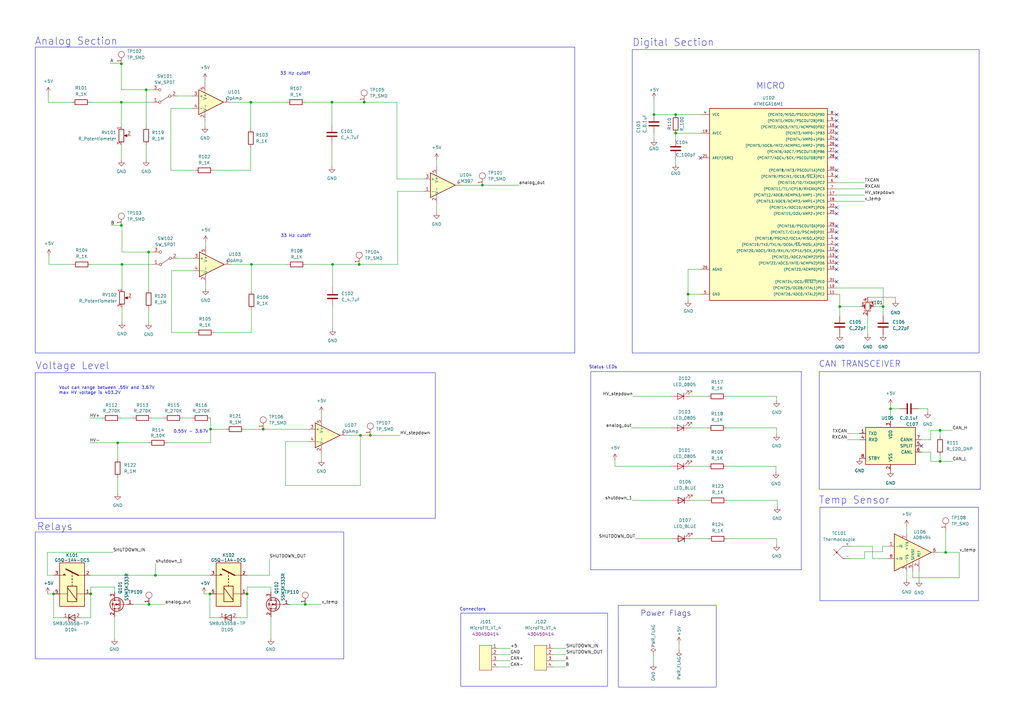
<source format=kicad_sch>
(kicad_sch (version 20230121) (generator eeschema)
  (paper "A3")
  (junction (at 385.572 189.23))
  (junction (at 101.346 243.586))
  (junction (at 49.784 26.162))
  (junction (at 50.038 108.458))
  (junction (at 49.784 41.91))
  (junction (at 147.32 108.458))
  (junction (at 147.828 178.562))
  (junction (at 61.087 247.904))
  (junction (at 362.204 125.73))
  (junction (at 136.398 108.458))
  (junction (at 277.114 46.99))
  (junction (at 197.866 75.946))
  (junction (at 37.211 243.586))
  (junction (at 59.944 36.83))
  (junction (at 48.26 181.61))
  (junction (at 136.144 41.91))
  (junction (at 344.424 125.73))
  (junction (at 151.892 178.562))
  (junction (at 86.106 243.586))
  (junction (at 282.194 120.65))
  (junction (at 107.95 176.022))
  (junction (at 49.784 92.456))
  (junction (at 21.971 243.586))
  (junction (at 365.252 167.64))
  (junction (at 125.222 247.904))
  (junction (at 387.858 226.568))
  (junction (at 149.352 41.91))
  (junction (at 102.87 41.91))
  (junction (at 63.754 235.966))
  (junction (at 277.114 54.61))
  (junction (at 385.572 176.53))
  (junction (at 86.36 176.022))
  (junction (at 60.96 103.378))
  (junction (at 103.124 108.458))
  (junction (at 268.224 46.99))
  (no_connect (at 343.154 92.71))
  (no_connect (at 343.154 62.23))
  (no_connect (at 343.154 72.39))
  (no_connect (at 343.154 87.63))
  (no_connect (at 343.154 46.99))
  (no_connect (at 343.154 64.77))
  (no_connect (at 343.154 69.85))
  (no_connect (at 343.154 49.53))
  (no_connect (at 343.154 59.69))
  (no_connect (at 343.154 97.79))
  (no_connect (at 343.154 102.87))
  (no_connect (at 343.154 57.15))
  (no_connect (at 343.154 100.33))
  (no_connect (at 343.154 54.61))
  (no_connect (at 287.274 64.77))
  (no_connect (at 377.952 182.88))
  (no_connect (at 343.154 85.09))
  (no_connect (at 343.154 107.95))
  (no_connect (at 343.154 95.25))
  (no_connect (at 343.154 52.07))
  (no_connect (at 343.154 115.57))
  (no_connect (at 343.154 110.49))
  (no_connect (at 343.154 105.41))
  (wire (pts (xy 318.516 175.514) (xy 318.516 178.054)))
  (wire (pts (xy 103.124 136.398) (xy 87.884 136.398)))
  (wire (pts (xy 204.216 271.018) (xy 209.296 271.018)))
  (wire (pts (xy 282.956 162.56) (xy 290.322 162.56)))
  (wire (pts (xy 136.398 125.476) (xy 136.398 134.874)))
  (wire (pts (xy 136.398 108.458) (xy 136.398 117.856)))
  (wire (pts (xy 101.346 253.365) (xy 101.346 243.586)))
  (wire (pts (xy 48.26 181.61) (xy 36.83 181.61)))
  (wire (pts (xy 147.32 108.458) (xy 163.068 108.458)))
  (wire (pts (xy 344.424 125.73) (xy 344.424 129.54)))
  (wire (pts (xy 86.36 171.45) (xy 86.36 176.022)))
  (wire (pts (xy 209.296 265.938) (xy 204.216 265.938)))
  (wire (pts (xy 267.97 268.478) (xy 267.97 272.288)))
  (wire (pts (xy 347.472 180.34) (xy 352.552 180.34)))
  (wire (pts (xy 84.328 99.314) (xy 84.328 100.838)))
  (wire (pts (xy 101.346 235.966) (xy 110.49 235.966)))
  (wire (pts (xy 107.95 176.022) (xy 126.746 176.022)))
  (wire (pts (xy 48.26 181.61) (xy 48.26 188.214)))
  (wire (pts (xy 282.194 110.49) (xy 287.274 110.49)))
  (wire (pts (xy 283.21 220.98) (xy 290.576 220.98)))
  (wire (pts (xy 162.814 41.91) (xy 162.814 73.406)))
  (wire (pts (xy 355.854 129.54) (xy 355.854 137.16)))
  (wire (pts (xy 86.106 243.586) (xy 86.106 253.365)))
  (wire (pts (xy 141.986 178.562) (xy 147.828 178.562)))
  (wire (pts (xy 275.59 205.232) (xy 259.334 205.232)))
  (wire (pts (xy 371.856 215.9) (xy 371.856 218.948)))
  (wire (pts (xy 49.784 41.91) (xy 62.484 41.91)))
  (wire (pts (xy 374.396 234.188) (xy 374.396 236.982)))
  (wire (pts (xy 376.936 234.188) (xy 376.936 237.998)))
  (wire (pts (xy 278.511 263.906) (xy 278.511 266.446)))
  (wire (pts (xy 259.588 162.56) (xy 275.336 162.56)))
  (wire (pts (xy 49.784 41.91) (xy 49.784 51.816)))
  (wire (pts (xy 367.284 121.92) (xy 367.284 123.19)))
  (wire (pts (xy 72.898 105.918) (xy 79.248 105.918)))
  (wire (pts (xy 385.572 189.23) (xy 390.652 189.23)))
  (wire (pts (xy 46.99 252.984) (xy 46.99 261.874)))
  (wire (pts (xy 209.296 273.558) (xy 204.216 273.558)))
  (wire (pts (xy 197.866 75.946) (xy 212.852 75.946)))
  (wire (pts (xy 103.124 108.458) (xy 117.856 108.458)))
  (wire (pts (xy 318.262 191.262) (xy 318.262 193.548)))
  (wire (pts (xy 70.104 69.85) (xy 80.01 69.85)))
  (wire (pts (xy 226.822 273.558) (xy 231.902 273.558)))
  (wire (pts (xy 86.36 176.022) (xy 92.71 176.022)))
  (wire (pts (xy 204.216 268.478) (xy 209.296 268.478)))
  (wire (pts (xy 371.856 234.188) (xy 371.856 237.744)))
  (wire (pts (xy 393.446 236.982) (xy 393.446 226.568)))
  (wire (pts (xy 385.572 176.53) (xy 390.652 176.53)))
  (wire (pts (xy 37.211 243.586) (xy 37.211 240.792)))
  (wire (pts (xy 19.812 38.354) (xy 19.812 41.91)))
  (wire (pts (xy 19.431 235.966) (xy 21.971 235.966)))
  (wire (pts (xy 125.222 247.904) (xy 118.745 247.904)))
  (wire (pts (xy 381.762 185.42) (xy 381.762 189.23)))
  (wire (pts (xy 103.124 119.38) (xy 103.124 108.458)))
  (wire (pts (xy 163.068 108.458) (xy 163.068 78.486)))
  (wire (pts (xy 19.431 226.568) (xy 19.431 235.966)))
  (wire (pts (xy 19.558 243.586) (xy 21.971 243.586)))
  (wire (pts (xy 355.854 121.92) (xy 367.284 121.92)))
  (wire (pts (xy 79.248 110.998) (xy 70.358 110.998)))
  (wire (pts (xy 226.822 268.478) (xy 232.156 268.478)))
  (wire (pts (xy 277.114 64.77) (xy 277.114 67.31)))
  (wire (pts (xy 20.066 104.902) (xy 20.066 108.458)))
  (wire (pts (xy 385.572 176.53) (xy 385.572 179.07)))
  (wire (pts (xy 50.038 125.984) (xy 50.038 132.08)))
  (wire (pts (xy 179.07 83.566) (xy 179.07 87.122)))
  (wire (pts (xy 277.114 54.61) (xy 277.114 57.15)))
  (wire (pts (xy 252.222 191.262) (xy 252.222 188.722)))
  (wire (pts (xy 84.328 116.078) (xy 84.328 118.364)))
  (wire (pts (xy 344.424 120.65) (xy 344.424 125.73)))
  (wire (pts (xy 125.222 41.91) (xy 136.144 41.91)))
  (wire (pts (xy 37.211 253.365) (xy 37.211 243.586)))
  (wire (pts (xy 147.828 178.562) (xy 151.892 178.562)))
  (wire (pts (xy 111.125 240.792) (xy 111.125 242.824)))
  (wire (pts (xy 102.87 41.91) (xy 117.602 41.91)))
  (wire (pts (xy 136.398 108.458) (xy 147.32 108.458)))
  (wire (pts (xy 343.154 80.01) (xy 354.584 80.01)))
  (wire (pts (xy 103.124 127) (xy 103.124 136.398)))
  (wire (pts (xy 275.336 191.262) (xy 252.222 191.262)))
  (wire (pts (xy 46.355 226.568) (xy 19.431 226.568)))
  (wire (pts (xy 37.211 240.792) (xy 46.99 240.792)))
  (wire (pts (xy 347.472 177.8) (xy 352.552 177.8)))
  (wire (pts (xy 380.492 167.64) (xy 380.492 168.91)))
  (wire (pts (xy 374.396 236.982) (xy 393.446 236.982)))
  (wire (pts (xy 111.125 252.984) (xy 111.125 261.874)))
  (wire (pts (xy 110.49 235.966) (xy 110.49 229.108)))
  (wire (pts (xy 354.584 226.314) (xy 361.95 226.314)))
  (wire (pts (xy 72.644 39.37) (xy 78.994 39.37)))
  (wire (pts (xy 84.074 49.53) (xy 84.074 51.816)))
  (wire (pts (xy 226.822 271.018) (xy 231.902 271.018)))
  (wire (pts (xy 277.114 54.61) (xy 287.274 54.61)))
  (wire (pts (xy 361.95 226.314) (xy 361.95 224.028)))
  (wire (pts (xy 298.196 205.232) (xy 318.77 205.232)))
  (wire (pts (xy 46.99 240.792) (xy 46.99 242.824)))
  (wire (pts (xy 60.96 103.378) (xy 50.038 103.378)))
  (wire (pts (xy 63.754 231.14) (xy 63.754 235.966)))
  (wire (pts (xy 377.952 180.34) (xy 381.762 180.34)))
  (wire (pts (xy 70.358 110.998) (xy 70.358 136.398)))
  (wire (pts (xy 381.762 176.53) (xy 385.572 176.53)))
  (wire (pts (xy 125.476 108.458) (xy 136.398 108.458)))
  (wire (pts (xy 45.212 25.908) (xy 49.784 25.908)))
  (wire (pts (xy 37.084 41.91) (xy 49.784 41.91)))
  (wire (pts (xy 50.038 103.378) (xy 50.038 92.456)))
  (wire (pts (xy 70.104 44.45) (xy 70.104 69.85)))
  (wire (pts (xy 287.274 120.65) (xy 282.194 120.65)))
  (wire (pts (xy 282.956 175.514) (xy 290.322 175.514)))
  (wire (pts (xy 385.572 189.23) (xy 385.572 186.69)))
  (wire (pts (xy 49.784 26.162) (xy 49.784 25.908)))
  (wire (pts (xy 275.336 175.514) (xy 259.08 175.514)))
  (wire (pts (xy 343.154 77.47) (xy 354.584 77.47)))
  (wire (pts (xy 318.516 162.56) (xy 318.516 164.338)))
  (wire (pts (xy 100.33 176.022) (xy 107.95 176.022)))
  (wire (pts (xy 86.36 181.61) (xy 68.58 181.61)))
  (wire (pts (xy 60.96 181.61) (xy 48.26 181.61)))
  (wire (pts (xy 59.944 36.83) (xy 62.484 36.83)))
  (wire (pts (xy 48.26 195.834) (xy 48.26 202.438)))
  (wire (pts (xy 33.274 253.365) (xy 37.211 253.365)))
  (wire (pts (xy 63.754 235.966) (xy 86.106 235.966)))
  (wire (pts (xy 102.87 60.452) (xy 102.87 69.85)))
  (wire (pts (xy 361.95 224.028) (xy 364.236 224.028)))
  (wire (pts (xy 45.466 92.456) (xy 49.784 92.456)))
  (wire (pts (xy 343.154 118.11) (xy 362.204 118.11)))
  (wire (pts (xy 49.53 171.45) (xy 54.61 171.45)))
  (wire (pts (xy 377.952 185.42) (xy 381.762 185.42)))
  (wire (pts (xy 60.96 126.492) (xy 60.96 132.334)))
  (wire (pts (xy 37.338 108.458) (xy 50.038 108.458)))
  (wire (pts (xy 298.196 220.98) (xy 318.516 220.98)))
  (wire (pts (xy 362.204 118.11) (xy 362.204 125.73)))
  (wire (pts (xy 283.21 205.232) (xy 290.576 205.232)))
  (wire (pts (xy 49.784 36.83) (xy 49.784 26.162)))
  (wire (pts (xy 318.516 220.98) (xy 318.516 223.266)))
  (wire (pts (xy 102.87 52.832) (xy 102.87 41.91)))
  (wire (pts (xy 36.83 171.45) (xy 41.91 171.45)))
  (wire (pts (xy 21.971 243.586) (xy 21.971 253.365)))
  (wire (pts (xy 84.074 32.766) (xy 84.074 34.29)))
  (wire (pts (xy 163.068 78.486) (xy 173.99 78.486)))
  (wire (pts (xy 86.36 176.022) (xy 86.36 181.61)))
  (wire (pts (xy 268.224 46.99) (xy 277.114 46.99)))
  (wire (pts (xy 49.784 59.436) (xy 49.784 65.532)))
  (wire (pts (xy 387.858 226.568) (xy 393.446 226.568)))
  (wire (pts (xy 282.956 191.262) (xy 290.322 191.262)))
  (wire (pts (xy 297.942 175.514) (xy 318.516 175.514)))
  (wire (pts (xy 136.144 41.91) (xy 149.352 41.91)))
  (wire (pts (xy 348.742 229.108) (xy 354.584 229.108)))
  (wire (pts (xy 147.828 199.136) (xy 147.828 178.562)))
  (wire (pts (xy 260.604 220.98) (xy 275.59 220.98)))
  (wire (pts (xy 78.994 44.45) (xy 70.104 44.45)))
  (wire (pts (xy 62.738 103.378) (xy 60.96 103.378)))
  (wire (pts (xy 126.746 181.102) (xy 117.094 181.102)))
  (wire (pts (xy 297.942 191.262) (xy 318.262 191.262)))
  (wire (pts (xy 61.087 247.904) (xy 54.61 247.904)))
  (wire (pts (xy 162.814 73.406) (xy 173.99 73.406)))
  (wire (pts (xy 282.194 120.65) (xy 282.194 123.19)))
  (wire (pts (xy 59.944 59.436) (xy 59.944 65.532)))
  (wire (pts (xy 131.826 169.418) (xy 131.826 170.942)))
  (wire (pts (xy 131.826 186.182) (xy 131.826 188.468)))
  (wire (pts (xy 381.762 189.23) (xy 385.572 189.23)))
  (wire (pts (xy 83.693 243.586) (xy 86.106 243.586)))
  (wire (pts (xy 358.394 125.73) (xy 362.204 125.73)))
  (wire (pts (xy 344.424 120.65) (xy 343.154 120.65)))
  (wire (pts (xy 101.346 243.586) (xy 101.346 240.792)))
  (wire (pts (xy 49.784 36.83) (xy 59.944 36.83)))
  (wire (pts (xy 101.346 240.792) (xy 111.125 240.792)))
  (wire (pts (xy 49.784 92.456) (xy 50.038 92.456)))
  (wire (pts (xy 297.942 162.56) (xy 318.516 162.56)))
  (wire (pts (xy 50.038 108.458) (xy 62.738 108.458)))
  (wire (pts (xy 136.144 58.928) (xy 136.144 68.326)))
  (wire (pts (xy 365.252 167.64) (xy 365.252 172.72)))
  (wire (pts (xy 179.07 65.532) (xy 179.07 68.326)))
  (wire (pts (xy 376.682 167.64) (xy 380.492 167.64)))
  (wire (pts (xy 97.409 253.365) (xy 101.346 253.365)))
  (wire (pts (xy 268.224 54.61) (xy 268.224 57.15)))
  (wire (pts (xy 282.194 110.49) (xy 282.194 120.65)))
  (wire (pts (xy 94.488 108.458) (xy 103.124 108.458)))
  (wire (pts (xy 357.886 224.028) (xy 357.886 229.108)))
  (wire (pts (xy 268.224 46.99) (xy 268.224 40.64)))
  (wire (pts (xy 381.762 180.34) (xy 381.762 176.53)))
  (wire (pts (xy 354.584 229.108) (xy 354.584 226.314)))
  (wire (pts (xy 86.106 253.365) (xy 89.789 253.365)))
  (wire (pts (xy 62.23 171.45) (xy 67.31 171.45)))
  (wire (pts (xy 74.93 171.45) (xy 78.74 171.45)))
  (wire (pts (xy 149.352 41.91) (xy 162.814 41.91)))
  (wire (pts (xy 348.742 224.028) (xy 357.886 224.028)))
  (wire (pts (xy 318.77 205.232) (xy 318.77 207.772)))
  (wire (pts (xy 365.252 167.64) (xy 369.062 167.64)))
  (wire (pts (xy 343.154 74.93) (xy 354.584 74.93)))
  (wire (pts (xy 94.234 41.91) (xy 102.87 41.91)))
  (wire (pts (xy 61.087 247.904) (xy 67.691 247.904)))
  (wire (pts (xy 117.094 181.102) (xy 117.094 199.136)))
  (wire (pts (xy 125.222 247.904) (xy 131.826 247.904)))
  (wire (pts (xy 189.23 75.946) (xy 197.866 75.946)))
  (wire (pts (xy 21.971 253.365) (xy 25.654 253.365)))
  (wire (pts (xy 102.87 69.85) (xy 87.63 69.85)))
  (wire (pts (xy 70.358 136.398) (xy 80.264 136.398)))
  (wire (pts (xy 117.094 199.136) (xy 147.828 199.136)))
  (wire (pts (xy 362.204 125.73) (xy 362.204 129.54)))
  (wire (pts (xy 387.858 217.424) (xy 387.858 226.568)))
  (wire (pts (xy 365.252 166.37) (xy 365.252 167.64)))
  (wire (pts (xy 277.114 46.99) (xy 287.274 46.99)))
  (wire (pts (xy 344.424 125.73) (xy 353.314 125.73)))
  (wire (pts (xy 151.892 178.562) (xy 164.084 178.562)))
  (wire (pts (xy 20.066 108.458) (xy 29.718 108.458)))
  (wire (pts (xy 60.96 103.378) (xy 60.96 118.872)))
  (wire (pts (xy 50.038 108.458) (xy 50.038 118.364)))
  (wire (pts (xy 226.822 265.938) (xy 232.156 265.938)))
  (wire (pts (xy 136.144 41.91) (xy 136.144 51.308)))
  (wire (pts (xy 59.944 51.816) (xy 59.944 36.83)))
  (wire (pts (xy 387.858 226.568) (xy 384.556 226.568)))
  (wire (pts (xy 357.886 229.108) (xy 364.236 229.108)))
  (wire (pts (xy 343.154 82.55) (xy 354.584 82.55)))
  (wire (pts (xy 19.812 41.91) (xy 29.464 41.91)))
  (wire (pts (xy 37.211 235.966) (xy 63.754 235.966)))
  (rectangle (start 14.478 218.186) (end 140.97 270.256))
  (rectangle (start 14.478 152.908) (end 178.562 212.598))
  (rectangle (start 259.334 20.32) (end 401.574 144.78))
  (rectangle (start 188.976 251.46) (end 249.174 281.432))
  (rectangle (start 242.316 152.4) (end 328.676 233.68))
  (rectangle (start 336.042 152.4) (end 402.082 200.66))
  (rectangle (start 253.619 248.285) (end 293.751 281.813))
  (rectangle (start 336.296 208.026) (end 401.32 246.38))
  (rectangle (start 14.478 19.304) (end 235.712 144.78))
  (text "CAN TRANSCEIVER\n" (at 335.788 150.876 0) (effects (font (size 2.5 2.5)) (justify left bottom)))
  (text "0.55V - 3.67V" (at 71.12 177.8 0) (effects (font (size 1.27 1.27)) (justify left bottom)))
  (text "Digital Section" (at 259.334 19.304 0) (effects (font (size 3 3)) (justify left bottom)))
  (text "33 Hz cutoff" (at 114.808 30.988 0) (effects (font (size 1.27 1.27)) (justify left bottom)))
  (text "Voltage Level" (at 14.478 151.892 0) (effects (font (size 3 3)) (justify left bottom)))
  (text "Status LEDs" (at 241.554 151.384 0) (effects (font (size 1.27 1.27)) (justify left bottom)))
  (text "33 Hz cutoff" (at 115.062 97.536 0) (effects (font (size 1.27 1.27)) (justify left bottom)))
  (text "Connectors" (at 188.468 250.698 0) (effects (font (size 1.27 1.27)) (justify left bottom)))
  (text "MICRO" (at 310.134 36.83 0) (effects (font (size 2.5 2.5)) (justify left bottom)))
  (text "Analog Section" (at 14.224 18.796 0) (effects (font (size 3 3)) (justify left bottom)))
  (text "Power Flags\n" (at 262.636 252.984 0) (effects (font (size 2.2606 2.2606)) (justify left bottom)))
  (text "Relays" (at 15.113 217.932 0) (effects (font (size 3 3)) (justify left bottom)))
  (text "Vout can range between .55V and 3.67V  \nmax HV voltage is 403.2V" (at 24.13 161.925 0) (effects (font (size 1.27 1.27)) (justify left bottom)))
  (text "Temp Sensor" (at 335.788 207.01 0) (effects (font (size 3 3)) (justify left bottom)))
  (label "TXCAN" (at 347.472 177.8 180))
  (label "A" (at 45.212 25.908 0))
  (label "analog_out" (at 259.08 175.514 180))
  (label "TXCAN" (at 354.584 74.93 0))
  (label "B" (at 45.466 92.456 0))
  (label "v_temp" (at 131.826 247.904 0))
  (label "analog_out" (at 67.691 247.904 0))
  (label "A" (at 231.902 271.018 0))
  (label "RXCAN" (at 347.472 180.34 180))
  (label "RXCAN" (at 354.584 77.47 0))
  (label "SHUTDOWN_OUT" (at 110.49 229.108 0))
  (label "SHUTDOWN_IN" (at 46.355 226.568 0))
  (label "HV_stepdown" (at 259.588 162.56 180))
  (label "HV-" (at 36.83 181.61 0))
  (label "v_temp" (at 393.446 226.568 0))
  (label "shutdown_1" (at 63.754 231.14 0))
  (label "HV+" (at 36.83 171.45 0))
  (label "shutdown_1" (at 259.334 205.232 180))
  (label "HV_stepdown" (at 354.584 80.01 0))
  (label "HV_stepdown" (at 164.084 178.562 0))
  (label "CAN_L" (at 390.652 189.23 0))
  (label "SHUTDOWN_OUT" (at 232.156 268.478 0))
  (label "CAN+" (at 209.296 271.018 0))
  (label "SHUTDOWN_OUT" (at 260.604 220.98 180))
  (label "CAN-" (at 209.296 273.558 0))
  (label "GND" (at 209.296 268.478 0))
  (label "SHUTDOWN_IN" (at 232.156 265.938 0))
  (label "B" (at 231.902 273.558 0))
  (label "v_temp" (at 354.584 82.55 0))
  (label "analog_out" (at 212.852 75.946 0))
  (label "+5" (at 209.296 265.938 0))
  (label "CAN_H" (at 390.652 176.53 0))
  (symbol (lib_id "power:+5V") (at 268.224 40.64 0) (unit 1)
    (property "Reference" "#PWR0114" (effects hide))
    (property "Value" "+5V" (at 268.224 36.83 0))
  )
  (symbol (lib_name "GND_2") (lib_id "power:GND") (at 367.284 123.19 0) (unit 1)
    (property "Reference" "#PWR0124" (effects hide))
    (property "Value" "GND" (at 367.284 128.27 0))
  )
  (symbol (lib_id "OEM:10KR") (at 64.77 181.61 270) (unit 1)
    (property "Reference" "R114" (at 64.77 176.3522 90))
    (property "Value" "R_10K" (at 64.77 178.6636 90))
    (property "Footprint" "OEM:R_0603" (effects hide))
    (property "Datasheet" "${OEM_DIR}/parts/datasheets/stackpole_RMCF_RMCP.pdf" (effects hide))
    (property "MFN" "Stackpole Electronics" (effects hide))
    (property "MPN" "RMCF0603FT10K0" (effects hide))
    (property "DKPN" "RMCF0603FT10K0TR-ND" (effects hide))
    (property "Package" "0603" (effects hide))
    (property "NewDesigns" "YES" (effects hide))
    (property "Stocked" "Reel" (effects hide))
    (property "Style" "SMD" (effects hide))
  )
  (symbol (lib_id "formula:R_1K") (at 294.132 191.262 90) (unit 1)
    (property "Reference" "R109" (at 294.132 185.42 90))
    (property "Value" "R_1K" (at 294.132 187.96 90))
    (property "Footprint" "OEM:R_0603" (effects hide))
    (property "Datasheet" "https://www.seielect.com/Catalog/SEI-rncp.pdf" (effects hide))
    (property "MFN" "DK" (effects hide))
    (property "MPN" "RNCP0805FTD1K00CT-ND" (effects hide))
    (property "PurchasingLink" "https://www.digikey.com/products/en?keywords=RNCP0805FTD1K00CT-ND" (effects hide))
  )
  (symbol (lib_id "power:GND") (at 50.038 132.08 0) (unit 1)
    (property "Reference" "#PWR0103" (effects hide))
    (property "Value" "GND" (at 50.038 136.906 0))
  )
  (symbol (lib_id "power:GND") (at 318.77 207.772 0) (unit 1)
    (property "Reference" "#PWR0145" (effects hide))
    (property "Value" "GND" (at 318.77 212.598 0))
  )
  (symbol (lib_id "OEM:G5Q-1A4-DC5") (at 29.591 238.506 90) (unit 1)
    (property "Reference" "K101" (at 29.591 227.711 90))
    (property "Value" "G5Q-1A4-DC5" (at 29.591 229.743 90))
    (property "Footprint" "footprints:Relay_SPST_OMRON-G5Q-1A4_OEM" (effects hide))
    (property "Datasheet" "https://omronfs.omron.com/en_US/ecb/products/pdf/en-g5q.pdf" (effects hide))
    (property "MFN" "Omron" (effects hide))
    (property "MPN" "G5Q-1A4 DC5" (effects hide))
    (property "DKPN" "Z3632-ND" (effects hide))
    (property "NewDesigns" "YES" (effects hide))
    (property "Stocked" "Tray" (effects hide))
    (property "Package" "G5Q (Custom)" (effects hide))
    (property "Style" "THT" (effects hide))
  )
  (symbol (lib_id "power:GND") (at 267.97 272.288 0) (unit 1)
    (property "Reference" "#PWR0132" (effects hide))
    (property "Value" "GND" (at 267.97 277.368 90))
  )
  (symbol (lib_id "power:PWR_FLAG") (at 267.97 268.478 0) (unit 1)
    (property "Reference" "#FLG0101" (effects hide))
    (property "Value" "PWR_FLAG" (at 267.97 260.858 90))
  )
  (symbol (lib_id "power:GND") (at 268.224 57.15 0) (unit 1)
    (property "Reference" "#PWR0115" (effects hide))
    (property "Value" "GND" (at 268.224 60.96 0))
  )
  (symbol (lib_id "OEM:OpAmp") (at 134.366 178.562 0) (unit 1)
    (property "Reference" "U107" (at 143.764 174.3711 0))
    (property "Value" "OpAmp" (at 143.764 176.9111 0))
    (property "Footprint" "OEM:SOT-23-5" (effects hide))
  )
  (symbol (lib_id "power:GND") (at 111.125 261.874 0) (mirror y) (unit 1)
    (property "Reference" "#PWR0142" (effects hide))
    (property "Value" "GND" (at 110.998 266.2682 0))
  )
  (symbol (lib_id "power:GND") (at 277.114 67.31 0) (unit 1)
    (property "Reference" "#PWR0116" (effects hide))
    (property "Value" "GND" (at 277.114 71.12 0))
  )
  (symbol (lib_id "formula:R_1K") (at 83.82 69.85 270) (unit 1)
    (property "Reference" "R102" (at 83.82 64.262 90))
    (property "Value" "R_1K" (at 83.82 66.802 90))
    (property "Footprint" "OEM:R_0603" (effects hide))
    (property "Datasheet" "https://www.seielect.com/Catalog/SEI-rncp.pdf" (effects hide))
    (property "MFN" "DK" (effects hide))
    (property "MPN" "RNCP0805FTD1K00CT-ND" (effects hide))
    (property "PurchasingLink" "https://www.digikey.com/products/en?keywords=RNCP0805FTD1K00CT-ND" (effects hide))
  )
  (symbol (lib_id "power:GND") (at 282.194 123.19 0) (unit 1)
    (property "Reference" "#PWR0117" (effects hide))
    (property "Value" "GND" (at 282.321 127.5842 0))
  )
  (symbol (lib_id "OEM:SMBJ5355B-TP") (at 29.464 253.365 0) (unit 1)
    (property "Reference" "D104" (at 29.083 258.2672 0))
    (property "Value" "SMBJ5355B-TP" (at 29.083 255.7272 0))
    (property "Footprint" "footprints:DO-214AA" (effects hide))
    (property "Datasheet" "https://www.mccsemi.com/pdf/Products/SMBJ5338B-SMBJ5388B(SMB).pdf" (effects hide))
    (property "MFN" "Micro Commercial Co" (effects hide))
    (property "MPN" "SMBJ5355B-TP" (effects hide))
    (property "DKPN" "SMBJ5355B-TPMSCT-ND" (effects hide))
    (property "NewDesigns" "YES" (effects hide))
    (property "Stocked" "Tape" (effects hide))
    (property "Package" "DO-214AA" (effects hide))
    (property "Style" "SMD" (effects hide))
  )
  (symbol (lib_name "GND_1") (lib_id "power:GND") (at 355.854 137.16 0) (unit 1)
    (property "Reference" "#PWR0120" (effects hide))
    (property "Value" "GND" (at 355.854 142.24 0))
  )
  (symbol (lib_id "power:GND") (at 318.516 164.338 0) (unit 1)
    (property "Reference" "#PWR0129" (effects hide))
    (property "Value" "GND" (at 318.516 169.164 0))
  )
  (symbol (lib_id "power:GND") (at 318.516 223.266 0) (unit 1)
    (property "Reference" "#PWR0144" (effects hide))
    (property "Value" "GND" (at 318.516 228.092 0))
  )
  (symbol (lib_id "power:GND") (at 46.99 261.874 0) (mirror y) (unit 1)
    (property "Reference" "#PWR0140" (effects hide))
    (property "Value" "GND" (at 46.863 266.2682 0))
  )
  (symbol (lib_id "Comparator:LM397") (at 181.61 75.946 0) (unit 1)
    (property "Reference" "U104" (at 191.008 71.7551 0))
    (property "Value" "LM397" (at 191.008 74.2951 0))
    (property "Footprint" "Package_TO_SOT_SMD:SOT-23-5" (effects hide))
    (property "Datasheet" "http://www.ti.com/lit/ds/symlink/lm397.pdf" (effects hide))
  )
  (symbol (lib_id "power:GND") (at 131.826 188.468 0) (unit 1)
    (property "Reference" "#PWR0137" (effects hide))
    (property "Value" "GND" (at 131.826 193.294 0))
  )
  (symbol (lib_name "GND_1") (lib_id "power:GND") (at 362.204 137.16 0) (unit 1)
    (property "Reference" "#PWR0121" (effects hide))
    (property "Value" "GND" (at 362.204 142.24 0))
  )
  (symbol (lib_id "power:+5V") (at 278.511 263.906 0) (unit 1)
    (property "Reference" "#PWR0133" (effects hide))
    (property "Value" "+5V" (at 278.511 258.826 90))
  )
  (symbol (lib_id "formula:R_1K") (at 294.132 162.56 90) (unit 1)
    (property "Reference" "R117" (at 294.132 156.718 90))
    (property "Value" "R_1K" (at 294.132 159.258 90))
    (property "Footprint" "OEM:R_0603" (effects hide))
    (property "Datasheet" "https://www.seielect.com/Catalog/SEI-rncp.pdf" (effects hide))
    (property "MFN" "DK" (effects hide))
    (property "MPN" "RNCP0805FTD1K00CT-ND" (effects hide))
    (property "PurchasingLink" "https://www.digikey.com/products/en?keywords=RNCP0805FTD1K00CT-ND" (effects hide))
  )
  (symbol (lib_id "OEM:0u1F") (at 268.224 50.8 0) (unit 1)
    (property "Reference" "C103" (at 261.874 54.61 90) (effects (justify left)))
    (property "Value" "C_0.1uF" (at 264.414 54.61 90) (effects (justify left)))
    (property "Footprint" "OEM:C_0603" (effects hide))
    (property "Datasheet" "http://datasheets.avx.com/X7RDielectric.pdf" (effects hide))
    (property "MPN" "478-3352-1-ND" (effects hide))
    (property "MFN" "Digi-Key" (effects hide))
    (property "Package" "Value" (effects hide))
    (property "DKPN" "1276-1935-2-ND" (effects hide))
    (property "Stocked" "Reel" (effects hide))
    (property "NewDesigns" "YES" (effects hide))
    (property "Style" "SMD" (effects hide))
  )
  (symbol (lib_id "formula:R_1K") (at 33.274 41.91 90) (unit 1)
    (property "Reference" "R101" (at 33.274 36.068 90))
    (property "Value" "R_1K" (at 33.274 38.608 90))
    (property "Footprint" "OEM:R_0603" (effects hide))
    (property "Datasheet" "https://www.seielect.com/Catalog/SEI-rncp.pdf" (effects hide))
    (property "MFN" "DK" (effects hide))
    (property "MPN" "RNCP0805FTD1K00CT-ND" (effects hide))
    (property "PurchasingLink" "https://www.digikey.com/products/en?keywords=RNCP0805FTD1K00CT-ND" (effects hide))
  )
  (symbol (lib_id "formula:LED_0805") (at 279.146 162.56 180) (unit 1)
    (property "Reference" "D102" (at 280.7462 155.194 0))
    (property "Value" "LED_0805" (at 280.7462 157.734 0))
    (property "Footprint" "footprints:LED_0805_OEM" (effects hide))
    (property "Datasheet" "http://www.osram-os.com/Graphics/XPic9/00078860_0.pdf" (effects hide))
    (property "MFN" "DK" (effects hide))
    (property "MPN" "475-1410-1-ND" (effects hide))
    (property "PurchasingLink" "https://www.digikey.com/products/en?keywords=475-1410-1-ND" (effects hide))
  )
  (symbol (lib_id "formula:LED_0805") (at 279.146 191.262 180) (unit 1)
    (property "Reference" "D101" (at 280.7462 184.658 0))
    (property "Value" "LED_0805" (at 280.7462 187.198 0))
    (property "Footprint" "footprints:LED_0805_OEM" (effects hide))
    (property "Datasheet" "http://www.osram-os.com/Graphics/XPic9/00078860_0.pdf" (effects hide))
    (property "MFN" "DK" (effects hide))
    (property "MPN" "475-1410-1-ND" (effects hide))
    (property "PurchasingLink" "https://www.digikey.com/products/en?keywords=475-1410-1-ND" (effects hide))
  )
  (symbol (lib_name "270KR_2") (lib_id "OEM:270KR") (at 58.42 171.45 270) (unit 1)
    (property "Reference" "R113" (at 58.42 166.1922 90))
    (property "Value" "R_270K" (at 58.42 168.5036 90))
    (property "Footprint" "OEM:R_0603" (effects hide))
    (property "Datasheet" "${OEM_DIR}/parts/datasheets/stackpole_RMCF_RMCP.pdf" (effects hide))
    (property "MFN" "Stackpole Electronics" (effects hide))
    (property "MPN" "RMCF0603FT270K" (effects hide))
    (property "DKPN" "RMCF0603FT270KDKR-ND" (effects hide))
    (property "NewDesigns" "YES" (effects hide))
    (property "Stocked" "Reel" (effects hide))
    (property "Package" "0603" (effects hide))
    (property "Style" "SMD" (effects hide))
  )
  (symbol (lib_id "OEM:OpAmp") (at 86.868 108.458 0) (unit 1)
    (property "Reference" "U103" (at 96.266 104.2671 0))
    (property "Value" "OpAmp" (at 96.266 106.8071 0))
    (property "Footprint" "OEM:SOT-23-5" (effects hide))
  )
  (symbol (lib_id "Device:C") (at 344.424 133.35 0) (unit 1)
    (property "Reference" "C105" (at 348.234 132.08 0) (effects (justify left)))
    (property "Value" "C_22pF" (at 348.234 134.62 0) (effects (justify left)))
  )
  (symbol (lib_id "power:PWR_FLAG") (at 278.511 266.446 180) (unit 1)
    (property "Reference" "#FLG0102" (effects hide))
    (property "Value" "PWR_FLAG" (at 278.511 274.066 90))
  )
  (symbol (lib_id "formula:R_1K") (at 294.386 205.232 90) (unit 1)
    (property "Reference" "R123" (at 294.386 199.39 90))
    (property "Value" "R_1K" (at 294.386 201.93 90))
    (property "Footprint" "OEM:R_0603" (effects hide))
    (property "Datasheet" "https://www.seielect.com/Catalog/SEI-rncp.pdf" (effects hide))
    (property "MFN" "DK" (effects hide))
    (property "MPN" "RNCP0805FTD1K00CT-ND" (effects hide))
    (property "PurchasingLink" "https://www.digikey.com/products/en?keywords=RNCP0805FTD1K00CT-ND" (effects hide))
  )
  (symbol (lib_id "formula:R_1M") (at 48.26 192.024 180) (unit 1)
    (property "Reference" "R122" (at 50.8 190.754 0) (effects (justify right)))
    (property "Value" "R_1M" (at 50.8 193.294 0) (effects (justify right)))
    (property "Footprint" "footprints:R_0805_OEM" (effects hide))
    (property "Datasheet" "https://www.seielect.com/Catalog/SEI-rncp.pdf" (effects hide))
    (property "MFN" "DK" (effects hide))
    (property "MPN" "RMCF0805JT1M00CT-ND" (effects hide))
    (property "PurchasingLink" "https://www.digikey.com/product-detail/en/stackpole-electronics-inc/RMCF0805JT1M00/RMCF0805JT1M00CT-ND/1942600" (effects hide))
  )
  (symbol (lib_id "power:GND") (at 59.944 65.532 0) (unit 1)
    (property "Reference" "#PWR0135" (effects hide))
    (property "Value" "GND" (at 59.944 70.358 0))
  )
  (symbol (lib_id "Sensor_Temperature:AD8494") (at 374.396 226.568 0) (unit 1)
    (property "Reference" "U106" (at 377.19 218.186 0))
    (property "Value" "AD8494" (at 378.206 220.472 0))
    (property "Footprint" "Package_SO:MSOP-8_3x3mm_P0.65mm" (effects hide))
    (property "Datasheet" "https://www.analog.com/media/en/technical-documentation/data-sheets/ad8494_8495_8496_8497.pdf" (effects hide))
  )
  (symbol (lib_id "power:GND") (at 179.07 87.122 0) (unit 1)
    (property "Reference" "#PWR0112" (effects hide))
    (property "Value" "GND" (at 179.07 91.948 0))
  )
  (symbol (lib_id "OEM:LED_BLUE") (at 279.4 220.98 180) (unit 1)
    (property "Reference" "D107" (at 280.9875 213.36 0))
    (property "Value" "LED_BLUE" (at 280.9875 215.9 0))
    (property "Footprint" "OEM:CHIPLED_0805" (effects hide))
  )
  (symbol (lib_id "formula:R_1K") (at 102.87 56.642 180) (unit 1)
    (property "Reference" "R103" (at 104.902 55.372 0) (effects (justify right)))
    (property "Value" "R_1K" (at 104.902 57.912 0) (effects (justify right)))
    (property "Footprint" "OEM:R_0603" (effects hide))
    (property "Datasheet" "https://www.seielect.com/Catalog/SEI-rncp.pdf" (effects hide))
    (property "MFN" "DK" (effects hide))
    (property "MPN" "RNCP0805FTD1K00CT-ND" (effects hide))
    (property "PurchasingLink" "https://www.digikey.com/products/en?keywords=RNCP0805FTD1K00CT-ND" (effects hide))
  )
  (symbol (lib_id "formula:R_1M") (at 59.944 55.626 0) (unit 1)
    (property "Reference" "R119" (at 62.23 54.356 0) (effects (justify left)))
    (property "Value" "R_1M" (at 62.23 56.896 0) (effects (justify left)))
    (property "Footprint" "footprints:R_0805_OEM" (effects hide))
    (property "Datasheet" "https://www.seielect.com/Catalog/SEI-rncp.pdf" (effects hide))
    (property "MFN" "DK" (effects hide))
    (property "MPN" "RMCF0805JT1M00CT-ND" (effects hide))
    (property "PurchasingLink" "https://www.digikey.com/product-detail/en/stackpole-electronics-inc/RMCF0805JT1M00/RMCF0805JT1M00CT-ND/1942600" (effects hide))
  )
  (symbol (lib_id "OEM:SSM3K333R") (at 113.665 247.904 0) (mirror y) (unit 1)
    (property "Reference" "Q102" (at 113.411 243.586 90) (effects (justify left)))
    (property "Value" "SSM3K333R" (at 116.078 246.507 90) (effects (justify left)))
    (property "Footprint" "OEM:SOT-23F" (effects hide))
    (property "Datasheet" "${OEM_DIR}/parts/datasheets/toshiba_SSM3K333R.pdf" (effects hide))
    (property "MFN" "Toshiba" (effects hide))
    (property "MPN" "SSM3K333R,LF" (effects hide))
    (property "DKPN" "SSM3K333RLFDKR-ND" (effects hide))
    (property "Package" "SOT-23" (effects hide))
    (property "NewDesigns" "YES" (effects hide))
    (property "Stocked" "Digi-Reel" (effects hide))
    (property "Style" "SMD" (effects hide))
  )
  (symbol (lib_id "formula:R_1K") (at 121.666 108.458 270) (unit 1)
    (property "Reference" "R108" (at 121.666 102.87 90))
    (property "Value" "R_1K" (at 121.666 105.41 90))
    (property "Footprint" "OEM:R_0603" (effects hide))
    (property "Datasheet" "https://www.seielect.com/Catalog/SEI-rncp.pdf" (effects hide))
    (property "MFN" "DK" (effects hide))
    (property "MPN" "RNCP0805FTD1K00CT-ND" (effects hide))
    (property "PurchasingLink" "https://www.digikey.com/products/en?keywords=RNCP0805FTD1K00CT-ND" (effects hide))
  )
  (symbol (lib_id "OEM:100R") (at 277.114 50.8 0) (unit 1)
    (property "Reference" "R110" (at 274.574 50.8 90))
    (property "Value" "R_100" (at 279.654 50.8 90))
    (property "Footprint" "OEM:R_0603" (effects hide))
    (property "Datasheet" "https://www.seielect.com/Catalog/SEI-rncp.pdf" (effects hide))
    (property "MFN" "Digi-Key" (effects hide))
    (property "MPN" "RNCP0805FTD100RCT-ND" (effects hide))
    (property "Package" "Value" (effects hide))
    (property "DKPN" "RMCF0603FT100RTR-ND" (effects hide))
    (property "NewDesigns" "YES" (effects hide))
    (property "Stocked" "Reel" (effects hide))
    (property "Style" "SMD" (effects hide))
  )
  (symbol (lib_id "power:+5V") (at 83.693 243.586 0) (unit 1)
    (property "Reference" "#PWR0141" (effects hide))
    (property "Value" "+5V" (at 84.074 239.1918 0))
  )
  (symbol (lib_id "formula:TP_SMD") (at 197.866 74.676 0) (unit 1)
    (property "Reference" "TP101" (at 200.152 70.866 0) (effects (justify left)))
    (property "Value" "TP_SMD" (at 200.152 73.406 0) (effects (justify left)))
    (property "Footprint" "footprints:Test_Point_SMD" (effects hide))
    (property "MPN" "5019" (effects hide))
    (property "MFN" "Keystone" (effects hide))
    (property "DKPN" "36-5019TR-ND" (effects hide))
    (property "NewDesigns" "YES" (effects hide))
    (property "Stocked" "Reel" (effects hide))
    (property "Package" "Custom" (effects hide))
    (property "Style" "SMD" (effects hide))
  )
  (symbol (lib_name "GND_1") (lib_id "power:GND") (at 344.424 137.16 0) (unit 1)
    (property "Reference" "#PWR0118" (effects hide))
    (property "Value" "GND" (at 344.424 142.24 0))
  )
  (symbol (lib_id "OEM:G5Q-1A4-DC5") (at 93.726 238.506 90) (unit 1)
    (property "Reference" "K102" (at 93.726 227.711 90))
    (property "Value" "G5Q-1A4-DC5" (at 93.726 229.743 90))
    (property "Footprint" "footprints:Relay_SPST_OMRON-G5Q-1A4_OEM" (effects hide))
    (property "Datasheet" "https://omronfs.omron.com/en_US/ecb/products/pdf/en-g5q.pdf" (effects hide))
    (property "MFN" "Omron" (effects hide))
    (property "MPN" "G5Q-1A4 DC5" (effects hide))
    (property "DKPN" "Z3632-ND" (effects hide))
    (property "NewDesigns" "YES" (effects hide))
    (property "Stocked" "Tray" (effects hide))
    (property "Package" "G5Q (Custom)" (effects hide))
    (property "Style" "THT" (effects hide))
  )
  (symbol (lib_id "formula:ATMEGA16M1") (at 315.214 90.17 0) (unit 1)
    (property "Reference" "U102" (at 315.214 40.132 0))
    (property "Value" "ATMEGA16M1" (at 315.214 42.672 0))
    (property "Footprint" "footprints:TQFP-32_7x7mm_Pitch0.8mm" (effects hide))
    (property "MFN" "DK" (effects hide))
    (property "MPN" "ATMEGA16M1-AU-ND" (effects hide))
    (property "PurchasingLink" "https://www.digikey.com/product-detail/en/atmel/ATMEGA16M1-AU/ATMEGA16M1-AU-ND/2271208" (effects hide))
  )
  (symbol (lib_id "power:+5V") (at 20.066 104.902 0) (unit 1)
    (property "Reference" "#PWR0101" (effects hide))
    (property "Value" "+5V" (at 20.066 99.822 0))
  )
  (symbol (lib_id "power:+5V") (at 84.328 99.314 0) (unit 1)
    (property "Reference" "#PWR0107" (effects hide))
    (property "Value" "+5V" (at 84.328 94.234 0))
  )
  (symbol (lib_id "formula:R_1K") (at 33.528 108.458 90) (unit 1)
    (property "Reference" "R104" (at 33.528 102.616 90))
    (property "Value" "R_1K" (at 33.528 105.156 90))
    (property "Footprint" "OEM:R_0603" (effects hide))
    (property "Datasheet" "https://www.seielect.com/Catalog/SEI-rncp.pdf" (effects hide))
    (property "MFN" "DK" (effects hide))
    (property "MPN" "RNCP0805FTD1K00CT-ND" (effects hide))
    (property "PurchasingLink" "https://www.digikey.com/products/en?keywords=RNCP0805FTD1K00CT-ND" (effects hide))
  )
  (symbol (lib_id "formula:R_1K") (at 103.124 123.19 180) (unit 1)
    (property "Reference" "R106" (at 105.156 121.92 0) (effects (justify right)))
    (property "Value" "R_1K" (at 105.156 124.46 0) (effects (justify right)))
    (property "Footprint" "OEM:R_0603" (effects hide))
    (property "Datasheet" "https://www.seielect.com/Catalog/SEI-rncp.pdf" (effects hide))
    (property "MFN" "DK" (effects hide))
    (property "MPN" "RNCP0805FTD1K00CT-ND" (effects hide))
    (property "PurchasingLink" "https://www.digikey.com/products/en?keywords=RNCP0805FTD1K00CT-ND" (effects hide))
  )
  (symbol (lib_id "power:GND") (at 84.074 51.816 0) (unit 1)
    (property "Reference" "#PWR0106" (effects hide))
    (property "Value" "GND" (at 84.074 56.642 0))
  )
  (symbol (lib_id "Device:Thermocouple") (at 346.202 226.568 0) (unit 1)
    (property "Reference" "TC101" (at 344.17 218.694 0))
    (property "Value" "Thermocouple" (at 344.17 221.234 0))
  )
  (symbol (lib_id "power:+5V") (at 179.07 65.532 0) (unit 1)
    (property "Reference" "#PWR0111" (effects hide))
    (property "Value" "+5V" (at 179.07 60.452 0))
  )
  (symbol (lib_id "power:GND") (at 48.26 202.438 0) (unit 1)
    (property "Reference" "#PWR0138" (effects hide))
    (property "Value" "GND" (at 48.26 207.264 0))
  )
  (symbol (lib_id "formula:C_4.7uF") (at 136.398 121.666 0) (unit 1)
    (property "Reference" "C102" (at 139.954 120.396 0) (effects (justify left)))
    (property "Value" "C_4.7uF" (at 139.954 122.936 0) (effects (justify left)))
    (property "Footprint" "footprints:C_0603_1608Metric" (effects hide))
    (property "Datasheet" "http://www.samsungsem.com/kr/support/product-search/mlcc/CL10A475KQ8NNNC.jsp" (effects hide))
    (property "MFN" "DK" (effects hide))
    (property "MPN" "1276-1045-1-ND" (effects hide))
    (property "PurchasingLink" "https://www.digikey.com/product-detail/en/samsung-electro-mechanics/CL10A475KQ8NNNC/1276-1045-1-ND/3889131" (effects hide))
  )
  (symbol (lib_id "formula:TP_SMD") (at 107.95 174.752 0) (unit 1)
    (property "Reference" "TP106" (at 110.236 170.942 0) (effects (justify left)))
    (property "Value" "TP_SMD" (at 110.236 173.482 0) (effects (justify left)))
    (property "Footprint" "footprints:Test_Point_SMD" (effects hide))
    (property "MPN" "5019" (effects hide))
    (property "MFN" "Keystone" (effects hide))
    (property "DKPN" "36-5019TR-ND" (effects hide))
    (property "NewDesigns" "YES" (effects hide))
    (property "Stocked" "Reel" (effects hide))
    (property "Package" "Custom" (effects hide))
    (property "Style" "SMD" (effects hide))
  )
  (symbol (lib_id "power:+5V") (at 19.812 38.354 0) (unit 1)
    (property "Reference" "#PWR0102" (effects hide))
    (property "Value" "+5V" (at 19.812 33.274 0))
  )
  (symbol (lib_id "Device:C") (at 362.204 133.35 0) (unit 1)
    (property "Reference" "C106" (at 366.014 132.08 0) (effects (justify left)))
    (property "Value" "C_22pF" (at 366.014 134.62 0) (effects (justify left)))
  )
  (symbol (lib_id "formula:TP_SMD") (at 147.32 107.188 0) (unit 1)
    (property "Reference" "TP104" (at 149.606 103.378 0) (effects (justify left)))
    (property "Value" "TP_SMD" (at 149.606 105.918 0) (effects (justify left)))
    (property "Footprint" "footprints:Test_Point_SMD" (effects hide))
    (property "MPN" "5019" (effects hide))
    (property "MFN" "Keystone" (effects hide))
    (property "DKPN" "36-5019TR-ND" (effects hide))
    (property "NewDesigns" "YES" (effects hide))
    (property "Stocked" "Reel" (effects hide))
    (property "Package" "Custom" (effects hide))
    (property "Style" "SMD" (effects hide))
  )
  (symbol (lib_id "formula:TP_SMD") (at 49.784 91.186 0) (unit 1)
    (property "Reference" "TP103" (at 52.07 87.376 0) (effects (justify left)))
    (property "Value" "TP_SMD" (at 52.07 89.916 0) (effects (justify left)))
    (property "Footprint" "footprints:Test_Point_SMD" (effects hide))
    (property "MPN" "5019" (effects hide))
    (property "MFN" "Keystone" (effects hide))
    (property "DKPN" "36-5019TR-ND" (effects hide))
    (property "NewDesigns" "YES" (effects hide))
    (property "Stocked" "Reel" (effects hide))
    (property "Package" "Custom" (effects hide))
    (property "Style" "SMD" (effects hide))
  )
  (symbol (lib_id "formula:TP_SMD") (at 151.892 177.292 0) (unit 1)
    (property "Reference" "TP107" (at 154.178 173.482 0) (effects (justify left)))
    (property "Value" "TP_SMD" (at 154.178 176.022 0) (effects (justify left)))
    (property "Footprint" "footprints:Test_Point_SMD" (effects hide))
    (property "MPN" "5019" (effects hide))
    (property "MFN" "Keystone" (effects hide))
    (property "DKPN" "36-5019TR-ND" (effects hide))
    (property "NewDesigns" "YES" (effects hide))
    (property "Stocked" "Reel" (effects hide))
    (property "Package" "Custom" (effects hide))
    (property "Style" "SMD" (effects hide))
  )
  (symbol (lib_id "power:+5V") (at 131.826 169.418 0) (unit 1)
    (property "Reference" "#PWR0136" (effects hide))
    (property "Value" "+5V" (at 131.826 164.338 0))
  )
  (symbol (lib_id "formula:R_1K") (at 84.074 136.398 270) (unit 1)
    (property "Reference" "R105" (at 84.074 130.81 90))
    (property "Value" "R_1K" (at 84.074 133.35 90))
    (property "Footprint" "OEM:R_0603" (effects hide))
    (property "Datasheet" "https://www.seielect.com/Catalog/SEI-rncp.pdf" (effects hide))
    (property "MFN" "DK" (effects hide))
    (property "MPN" "RNCP0805FTD1K00CT-ND" (effects hide))
    (property "PurchasingLink" "https://www.digikey.com/products/en?keywords=RNCP0805FTD1K00CT-ND" (effects hide))
  )
  (symbol (lib_id "formula:R_1K") (at 121.412 41.91 270) (unit 1)
    (property "Reference" "R107" (at 121.412 36.322 90))
    (property "Value" "R_1K" (at 121.412 38.862 90))
    (property "Footprint" "OEM:R_0603" (effects hide))
    (property "Datasheet" "https://www.seielect.com/Catalog/SEI-rncp.pdf" (effects hide))
    (property "MFN" "DK" (effects hide))
    (property "MPN" "RNCP0805FTD1K00CT-ND" (effects hide))
    (property "PurchasingLink" "https://www.digikey.com/products/en?keywords=RNCP0805FTD1K00CT-ND" (effects hide))
  )
  (symbol (lib_id "formula:TP_SMD") (at 149.352 40.64 0) (unit 1)
    (property "Reference" "TP105" (at 151.638 36.83 0) (effects (justify left)))
    (property "Value" "TP_SMD" (at 151.638 39.37 0) (effects (justify left)))
    (property "Footprint" "footprints:Test_Point_SMD" (effects hide))
    (property "MPN" "5019" (effects hide))
    (property "MFN" "Keystone" (effects hide))
    (property "DKPN" "36-5019TR-ND" (effects hide))
    (property "NewDesigns" "YES" (effects hide))
    (property "Stocked" "Reel" (effects hide))
    (property "Package" "Custom" (effects hide))
    (property "Style" "SMD" (effects hide))
  )
  (symbol (lib_id "power:+5V") (at 19.558 243.586 0) (unit 1)
    (property "Reference" "#PWR0139" (effects hide))
    (property "Value" "+5V" (at 19.939 239.1918 0))
  )
  (symbol (lib_id "power:GND") (at 376.936 237.998 0) (unit 1)
    (property "Reference" "#PWR0128" (effects hide))
    (property "Value" "GND" (at 376.936 243.078 0))
  )
  (symbol (lib_id "formula:TP_SMD") (at 49.784 24.892 0) (unit 1)
    (property "Reference" "TP102" (at 52.07 21.082 0) (effects (justify left)))
    (property "Value" "TP_SMD" (at 52.07 23.622 0) (effects (justify left)))
    (property "Footprint" "footprints:Test_Point_SMD" (effects hide))
    (property "MPN" "5019" (effects hide))
    (property "MFN" "Keystone" (effects hide))
    (property "DKPN" "36-5019TR-ND" (effects hide))
    (property "NewDesigns" "YES" (effects hide))
    (property "Stocked" "Reel" (effects hide))
    (property "Package" "Custom" (effects hide))
    (property "Style" "SMD" (effects hide))
  )
  (symbol (lib_id "OEM:100pF") (at 277.114 60.96 0) (unit 1)
    (property "Reference" "C104" (at 277.114 58.42 0) (effects (justify left)))
    (property "Value" "C_100pF" (at 277.114 63.5 0) (effects (justify left)))
    (property "Footprint" "OEM:C_0603" (effects hide))
    (property "MPN" "399-1122-1-ND" (effects hide))
    (property "MFN" "Digi-Key" (effects hide))
    (property "Package" "Value" (effects hide))
    (property "DKPN" "1292-1472-6-ND" (effects hide))
    (property "NewDesigns" "YES" (effects hide))
    (property "Stocked" "Digi-Reel" (effects hide))
    (property "Style" "SMD" (effects hide))
  )
  (symbol (lib_id "power:GND") (at 371.856 237.744 0) (unit 1)
    (property "Reference" "#PWR0127" (effects hide))
    (property "Value" "GND" (at 371.856 242.824 0))
  )
  (symbol (lib_id "formula:Crystal_SMD") (at 355.854 125.73 0) (unit 1)
    (property "Reference" "Y101" (at 359.664 124.0791 0))
    (property "Value" "Crystal_16MHz_18pF" (effects hide))
    (property "Footprint" "footprints:Crystal_SMD_FA238" (effects hide))
    (property "Datasheet" "http://www.txccorp.com/download/products/quartz_crystals/2015TXC_7M_17.pdf" (effects hide))
    (property "MFN" "DK" (effects hide))
    (property "MPN" "887-1125-1-ND" (effects hide))
    (property "PurchasingLink" "https://www.digikey.com/product-detail/en/txc-corporation/7M-16.000MAAJ-T/887-1125-1-ND/2119014" (effects hide))
  )
  (symbol (lib_id "OEM:TP_SMD") (at 125.222 246.634 0) (mirror y) (unit 1)
    (property "Reference" "TP110" (at 122.682 242.8239 0) (effects (justify left)))
    (property "Value" "BSPD" (effects hide))
    (property "Footprint" "footprints:Test_Point_SMD" (effects hide))
    (property "MPN" "5019" (effects hide))
    (property "MFN" "Keystone" (effects hide))
    (property "DKPN" "36-5019TR-ND" (effects hide))
    (property "NewDesigns" "YES" (effects hide))
    (property "Stocked" "Reel" (effects hide))
    (property "Package" "Custom" (effects hide))
    (property "Style" "SMD" (effects hide))
  )
  (symbol (lib_name "GND_1") (lib_id "power:GND") (at 352.552 187.96 0) (unit 1)
    (property "Reference" "#PWR0119" (effects hide))
    (property "Value" "GND" (at 352.552 193.04 0))
  )
  (symbol (lib_id "formula:R_1M") (at 60.96 122.682 0) (unit 1)
    (property "Reference" "R120" (at 63.246 121.412 0) (effects (justify left)))
    (property "Value" "R_1M" (at 63.246 123.952 0) (effects (justify left)))
    (property "Footprint" "footprints:R_0805_OEM" (effects hide))
    (property "Datasheet" "https://www.seielect.com/Catalog/SEI-rncp.pdf" (effects hide))
    (property "MFN" "DK" (effects hide))
    (property "MPN" "RMCF0805JT1M00CT-ND" (effects hide))
    (property "PurchasingLink" "https://www.digikey.com/product-detail/en/stackpole-electronics-inc/RMCF0805JT1M00/RMCF0805JT1M00CT-ND/1942600" (effects hide))
  )
  (symbol (lib_id "power:GND") (at 60.96 132.334 0) (unit 1)
    (property "Reference" "#PWR0134" (effects hide))
    (property "Value" "GND" (at 60.96 137.16 0))
  )
  (symbol (lib_id "power:GND") (at 318.262 193.548 0) (unit 1)
    (property "Reference" "#PWR0131" (effects hide))
    (property "Value" "GND" (at 318.262 198.374 0))
  )
  (symbol (lib_id "OEM:TP_SMD") (at 61.087 246.634 0) (mirror y) (unit 1)
    (property "Reference" "TP109" (at 58.547 242.8239 0) (effects (justify left)))
    (property "Value" "BSPD" (effects hide))
    (property "Footprint" "footprints:Test_Point_SMD" (effects hide))
    (property "MPN" "5019" (effects hide))
    (property "MFN" "Keystone" (effects hide))
    (property "DKPN" "36-5019TR-ND" (effects hide))
    (property "NewDesigns" "YES" (effects hide))
    (property "Stocked" "Reel" (effects hide))
    (property "Package" "Custom" (effects hide))
    (property "Style" "SMD" (effects hide))
  )
  (symbol (lib_id "Switch:SW_SPDT") (at 67.818 105.918 180) (unit 1)
    (property "Reference" "SW102" (at 67.818 97.79 0))
    (property "Value" "SW_SPDT" (at 67.818 100.33 0))
  )
  (symbol (lib_id "power:GND") (at 136.144 68.326 0) (unit 1)
    (property "Reference" "#PWR0109" (effects hide))
    (property "Value" "GND" (at 136.144 73.152 0))
  )
  (symbol (lib_name "+5V_1") (lib_id "power:+5V") (at 365.252 166.37 0) (unit 1)
    (property "Reference" "#PWR0122" (effects hide))
    (property "Value" "+5V" (at 365.252 161.29 0))
  )
  (symbol (lib_id "OEM:SSM3K333R") (at 49.53 247.904 0) (mirror y) (unit 1)
    (property "Reference" "Q101" (at 49.276 243.586 90) (effects (justify left)))
    (property "Value" "SSM3K333R" (at 51.943 246.507 90) (effects (justify left)))
    (property "Footprint" "OEM:SOT-23F" (effects hide))
    (property "Datasheet" "${OEM_DIR}/parts/datasheets/toshiba_SSM3K333R.pdf" (effects hide))
    (property "MFN" "Toshiba" (effects hide))
    (property "MPN" "SSM3K333R,LF" (effects hide))
    (property "DKPN" "SSM3K333RLFDKR-ND" (effects hide))
    (property "Package" "SOT-23" (effects hide))
    (property "NewDesigns" "YES" (effects hide))
    (property "Stocked" "Digi-Reel" (effects hide))
    (property "Style" "SMD" (effects hide))
  )
  (symbol (lib_name "270KR_1") (lib_id "OEM:270KR") (at 45.72 171.45 270) (unit 1)
    (property "Reference" "R112" (at 45.72 166.1922 90))
    (property "Value" "R_270K" (at 45.72 168.5036 90))
    (property "Footprint" "OEM:R_0603" (effects hide))
    (property "Datasheet" "${OEM_DIR}/parts/datasheets/stackpole_RMCF_RMCP.pdf" (effects hide))
    (property "MFN" "Stackpole Electronics" (effects hide))
    (property "MPN" "RMCF0603FT270K" (effects hide))
    (property "DKPN" "RMCF0603FT270KDKR-ND" (effects hide))
    (property "NewDesigns" "YES" (effects hide))
    (property "Stocked" "Reel" (effects hide))
    (property "Package" "0603" (effects hide))
    (property "Style" "SMD" (effects hide))
  )
  (symbol (lib_name "+5V_1") (lib_id "power:+5V") (at 252.222 188.722 0) (unit 1)
    (property "Reference" "#PWR0113" (effects hide))
    (property "Value" "+5V" (at 252.222 183.642 0))
  )
  (symbol (lib_id "Switch:SW_SPDT") (at 67.564 39.37 180) (unit 1)
    (property "Reference" "SW101" (at 67.564 31.242 0))
    (property "Value" "SW_SPDT" (at 67.564 33.782 0))
  )
  (symbol (lib_id "power:GND") (at 49.784 65.532 0) (unit 1)
    (property "Reference" "#PWR0104" (effects hide))
    (property "Value" "GND" (at 49.784 70.358 0))
  )
  (symbol (lib_id "formula:TP_SMD") (at 387.858 216.154 0) (unit 1)
    (property "Reference" "TP108" (at 390.144 212.344 0) (effects (justify left)))
    (property "Value" "TP_SMD" (at 390.144 214.884 0) (effects (justify left)))
    (property "Footprint" "footprints:Test_Point_SMD" (effects hide))
    (property "MPN" "5019" (effects hide))
    (property "MFN" "Keystone" (effects hide))
    (property "DKPN" "36-5019TR-ND" (effects hide))
    (property "NewDesigns" "YES" (effects hide))
    (property "Stocked" "Reel" (effects hide))
    (property "Package" "Custom" (effects hide))
    (property "Style" "SMD" (effects hide))
  )
  (symbol (lib_id "Device:R_Potentiometer") (at 49.784 55.626 0) (unit 1)
    (property "Reference" "RV101" (at 47.752 54.356 0) (effects (justify right)))
    (property "Value" "R_Potentiometer" (at 47.752 56.896 0) (effects (justify right)))
  )
  (symbol (lib_id "formula:R_120_DNP") (at 385.572 182.88 0) (unit 1)
    (property "Reference" "R111" (at 388.112 181.61 0) (effects (justify left)))
    (property "Value" "R_120_DNP" (at 388.112 184.15 0) (effects (justify left)))
    (property "Footprint" "footprints:R_0805_OEM" (effects hide))
    (property "Datasheet" "https://www.mouser.com/datasheet/2/315/AOA0000C304-1149620.pdf" (effects hide))
    (property "MFN" "DK" (effects hide))
    (property "MPN" "667-ERJ-6ENF1200V" (effects hide))
    (property "PurchasingLink" "https://www.mouser.com/ProductDetail/Panasonic-Industrial-Devices/ERJ-6ENF1200V?qs=sGAEpiMZZMvdGkrng054t8AJgcdMkx7x%252bFQnctTMUmU%3d" (effects hide))
  )
  (symbol (lib_id "OEM:SMBJ5355B-TP") (at 93.599 253.365 0) (unit 1)
    (property "Reference" "D105" (at 93.218 258.2672 0))
    (property "Value" "SMBJ5355B-TP" (at 93.218 255.7272 0))
    (property "Footprint" "footprints:DO-214AA" (effects hide))
    (property "Datasheet" "https://www.mccsemi.com/pdf/Products/SMBJ5338B-SMBJ5388B(SMB).pdf" (effects hide))
    (property "MFN" "Micro Commercial Co" (effects hide))
    (property "MPN" "SMBJ5355B-TP" (effects hide))
    (property "DKPN" "SMBJ5355B-TPMSCT-ND" (effects hide))
    (property "NewDesigns" "YES" (effects hide))
    (property "Stocked" "Tape" (effects hide))
    (property "Package" "DO-214AA" (effects hide))
    (property "Style" "SMD" (effects hide))
  )
  (symbol (lib_id "OEM:LED_BLUE") (at 279.4 205.232 180) (unit 1)
    (property "Reference" "D106" (at 280.9875 197.612 0))
    (property "Value" "LED_BLUE" (at 280.9875 200.152 0))
    (property "Footprint" "OEM:CHIPLED_0805" (effects hide))
  )
  (symbol (lib_id "OEM:OpAmp") (at 86.614 41.91 0) (unit 1)
    (property "Reference" "U101" (at 96.012 37.7191 0))
    (property "Value" "OpAmp" (at 96.012 40.2591 0))
    (property "Footprint" "OEM:SOT-23-5" (effects hide))
  )
  (symbol (lib_id "formula:R_1K") (at 294.132 175.514 90) (unit 1)
    (property "Reference" "R118" (at 294.132 169.672 90))
    (property "Value" "R_1K" (at 294.132 172.212 90))
    (property "Footprint" "OEM:R_0603" (effects hide))
    (property "Datasheet" "https://www.seielect.com/Catalog/SEI-rncp.pdf" (effects hide))
    (property "MFN" "DK" (effects hide))
    (property "MPN" "RNCP0805FTD1K00CT-ND" (effects hide))
    (property "PurchasingLink" "https://www.digikey.com/products/en?keywords=RNCP0805FTD1K00CT-ND" (effects hide))
  )
  (symbol (lib_id "Device:R_Potentiometer") (at 50.038 122.174 0) (unit 1)
    (property "Reference" "RV102" (at 48.006 120.904 0) (effects (justify right)))
    (property "Value" "R_Potentiometer" (at 48.006 123.444 0) (effects (justify right)))
  )
  (symbol (lib_id "formula:C_4.7uF") (at 136.144 55.118 0) (unit 1)
    (property "Reference" "C101" (at 139.7 53.848 0) (effects (justify left)))
    (property "Value" "C_4.7uF" (at 139.7 56.388 0) (effects (justify left)))
    (property "Footprint" "footprints:C_0603_1608Metric" (effects hide))
    (property "Datasheet" "http://www.samsungsem.com/kr/support/product-search/mlcc/CL10A475KQ8NNNC.jsp" (effects hide))
    (property "MFN" "DK" (effects hide))
    (property "MPN" "1276-1045-1-ND" (effects hide))
    (property "PurchasingLink" "https://www.digikey.com/product-detail/en/samsung-electro-mechanics/CL10A475KQ8NNNC/1276-1045-1-ND/3889131" (effects hide))
  )
  (symbol (lib_id "OEM:0u1F") (at 372.872 167.64 90) (unit 1)
    (property "Reference" "C107" (at 376.682 173.99 90) (effects (justify left)))
    (property "Value" "C_0.1uF" (at 376.682 171.45 90) (effects (justify left)))
    (property "Footprint" "OEM:C_0603" (effects hide))
    (property "Datasheet" "http://datasheets.avx.com/X7RDielectric.pdf" (effects hide))
    (property "MPN" "478-3352-1-ND" (effects hide))
    (property "MFN" "Digi-Key" (effects hide))
    (property "Package" "Value" (effects hide))
    (property "DKPN" "1276-1935-2-ND" (effects hide))
    (property "Stocked" "Reel" (effects hide))
    (property "NewDesigns" "YES" (effects hide))
    (property "Style" "SMD" (effects hide))
  )
  (symbol (lib_id "power:GND") (at 318.516 178.054 0) (unit 1)
    (property "Reference" "#PWR0130" (effects hide))
    (property "Value" "GND" (at 318.516 182.88 0))
  )
  (symbol (lib_id "OEM:270KR") (at 82.55 171.45 270) (unit 1)
    (property "Reference" "R116" (at 82.55 166.1922 90))
    (property "Value" "R_270K" (at 82.55 168.5036 90))
    (property "Footprint" "OEM:R_0603" (effects hide))
    (property "Datasheet" "${OEM_DIR}/parts/datasheets/stackpole_RMCF_RMCP.pdf" (effects hide))
    (property "MFN" "Stackpole Electronics" (effects hide))
    (property "MPN" "RMCF0603FT270K" (effects hide))
    (property "DKPN" "RMCF0603FT270KDKR-ND" (effects hide))
    (property "NewDesigns" "YES" (effects hide))
    (property "Stocked" "Reel" (effects hide))
    (property "Package" "0603" (effects hide))
    (property "Style" "SMD" (effects hide))
  )
  (symbol (lib_name "270KR_3") (lib_id "OEM:270KR") (at 71.12 171.45 270) (unit 1)
    (property "Reference" "R115" (at 71.12 166.1922 90))
    (property "Value" "R_270K" (at 71.12 168.5036 90))
    (property "Footprint" "OEM:R_0603" (effects hide))
    (property "Datasheet" "${OEM_DIR}/parts/datasheets/stackpole_RMCF_RMCP.pdf" (effects hide))
    (property "MFN" "Stackpole Electronics" (effects hide))
    (property "MPN" "RMCF0603FT270K" (effects hide))
    (property "DKPN" "RMCF0603FT270KDKR-ND" (effects hide))
    (property "NewDesigns" "YES" (effects hide))
    (property "Stocked" "Reel" (effects hide))
    (property "Package" "0603" (effects hide))
    (property "Style" "SMD" (effects hide))
  )
  (symbol (lib_id "formula:MicroFit_VT_4") (at 199.136 269.748 0) (unit 1)
    (property "Reference" "J101" (at 199.136 255.016 0))
    (property "Value" "MicroFit_VT_4" (at 199.136 257.556 0))
    (property "Footprint" "footprints:MicroFit_VT_4" (effects hide))
    (property "MPN" "430450414" (at 199.136 260.096 0))
    (property "PurchasingLink" "https://www.digikey.com/product-detail/en/molex/0430450414/WM1796-ND/252509" (effects hide))
  )
  (symbol (lib_id "power:GND") (at 84.328 118.364 0) (unit 1)
    (property "Reference" "#PWR0108" (effects hide))
    (property "Value" "GND" (at 84.328 123.19 0))
  )
  (symbol (lib_id "power:GND") (at 136.398 134.874 0) (unit 1)
    (property "Reference" "#PWR0110" (effects hide))
    (property "Value" "GND" (at 136.398 139.7 0))
  )
  (symbol (lib_id "formula:R_1K") (at 294.386 220.98 90) (unit 1)
    (property "Reference" "R124" (at 294.386 215.138 90))
    (property "Value" "R_1K" (at 294.386 217.678 90))
    (property "Footprint" "OEM:R_0603" (effects hide))
    (property "Datasheet" "https://www.seielect.com/Catalog/SEI-rncp.pdf" (effects hide))
    (property "MFN" "DK" (effects hide))
    (property "MPN" "RNCP0805FTD1K00CT-ND" (effects hide))
    (property "PurchasingLink" "https://www.digikey.com/products/en?keywords=RNCP0805FTD1K00CT-ND" (effects hide))
  )
  (symbol (lib_id "power:+5V") (at 371.856 215.9 0) (unit 1)
    (property "Reference" "#PWR0126" (effects hide))
    (property "Value" "+5V" (at 371.856 210.82 0))
  )
  (symbol (lib_name "GND_1") (lib_id "power:GND") (at 380.492 168.91 0) (unit 1)
    (property "Reference" "#PWR0125" (effects hide))
    (property "Value" "GND" (at 380.492 173.99 0))
  )
  (symbol (lib_name "GND_1") (lib_id "power:GND") (at 365.252 193.04 0) (unit 1)
    (property "Reference" "#PWR0123" (effects hide))
    (property "Value" "GND" (at 365.252 198.12 0))
  )
  (symbol (lib_id "formula:LED_0805") (at 279.146 175.514 180) (unit 1)
    (property "Reference" "D103" (at 280.7462 168.91 0))
    (property "Value" "LED_0805" (at 280.7462 171.45 0))
    (property "Footprint" "footprints:LED_0805_OEM" (effects hide))
    (property "Datasheet" "http://www.osram-os.com/Graphics/XPic9/00078860_0.pdf" (effects hide))
    (property "MFN" "DK" (effects hide))
    (property "MPN" "475-1410-1-ND" (effects hide))
    (property "PurchasingLink" "https://www.digikey.com/products/en?keywords=475-1410-1-ND" (effects hide))
  )
  (symbol (lib_id "formula:MCP2561-E_SN") (at 365.252 182.88 0) (unit 1)
    (property "Reference" "U105" (at 361.442 171.45 0) (effects (justify left)))
    (property "Value" "MCP2561-E_SN" (effects hide))
    (property "Footprint" "footprints:SOIC-8_3.9x4.9mm_Pitch1.27mm_OEM" (effects hide))
    (property "Datasheet" "http://www.microchip.com/mymicrochip/filehandler.aspx?ddocname=en561044" (effects hide))
    (property "MFN" "DK" (effects hide))
    (property "MPN" "MCP2561-E/SN-ND" (effects hide))
    (property "PurchasingLink" "https://www.digikey.com/products/en?keywords=mcp2561-e%2Fsn" (effects hide))
  )
  (symbol (lib_id "formula:R_1M") (at 96.52 176.022 90) (unit 1)
    (property "Reference" "R121" (at 96.52 170.688 90))
    (property "Value" "R_1M" (at 96.52 173.228 90))
    (property "Footprint" "footprints:R_0805_OEM" (effects hide))
    (property "Datasheet" "https://www.seielect.com/Catalog/SEI-rncp.pdf" (effects hide))
    (property "MFN" "DK" (effects hide))
    (property "MPN" "RMCF0805JT1M00CT-ND" (effects hide))
    (property "PurchasingLink" "https://www.digikey.com/product-detail/en/stackpole-electronics-inc/RMCF0805JT1M00/RMCF0805JT1M00CT-ND/1942600" (effects hide))
  )
  (symbol (lib_id "power:+5V") (at 84.074 32.766 0) (unit 1)
    (property "Reference" "#PWR0105" (effects hide))
    (property "Value" "+5V" (at 84.074 27.686 0))
  )
  (symbol (lib_id "formula:MicroFit_VT_4") (at 221.742 269.748 0) (unit 1)
    (property "Reference" "J102" (at 221.742 255.016 0))
    (property "Value" "MicroFit_VT_4" (at 221.742 257.556 0))
    (property "Footprint" "footprints:MicroFit_VT_4" (effects hide))
    (property "MPN" "430450414" (at 221.742 260.096 0))
    (property "PurchasingLink" "https://www.digikey.com/product-detail/en/molex/0430450414/WM1796-ND/252509" (effects hide))
  )
)
</source>
